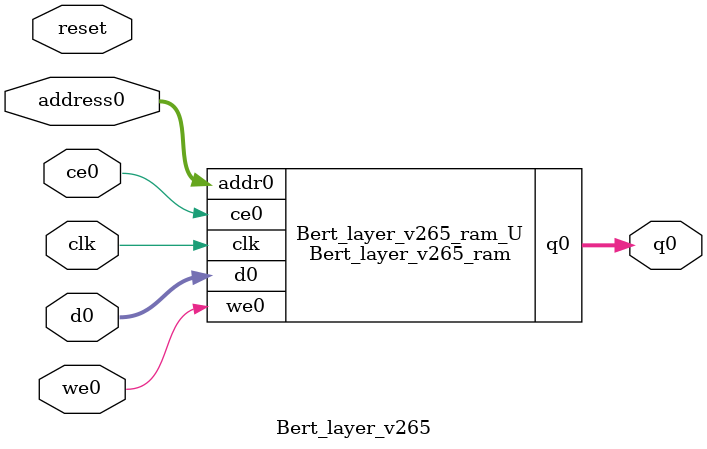
<source format=v>
`timescale 1 ns / 1 ps
module Bert_layer_v265_ram (addr0, ce0, d0, we0, q0,  clk);

parameter DWIDTH = 32;
parameter AWIDTH = 14;
parameter MEM_SIZE = 9216;

input[AWIDTH-1:0] addr0;
input ce0;
input[DWIDTH-1:0] d0;
input we0;
output reg[DWIDTH-1:0] q0;
input clk;

(* ram_style = "block" *)reg [DWIDTH-1:0] ram[0:MEM_SIZE-1];




always @(posedge clk)  
begin 
    if (ce0) begin
        if (we0) 
            ram[addr0] <= d0; 
        q0 <= ram[addr0];
    end
end


endmodule

`timescale 1 ns / 1 ps
module Bert_layer_v265(
    reset,
    clk,
    address0,
    ce0,
    we0,
    d0,
    q0);

parameter DataWidth = 32'd32;
parameter AddressRange = 32'd9216;
parameter AddressWidth = 32'd14;
input reset;
input clk;
input[AddressWidth - 1:0] address0;
input ce0;
input we0;
input[DataWidth - 1:0] d0;
output[DataWidth - 1:0] q0;



Bert_layer_v265_ram Bert_layer_v265_ram_U(
    .clk( clk ),
    .addr0( address0 ),
    .ce0( ce0 ),
    .we0( we0 ),
    .d0( d0 ),
    .q0( q0 ));

endmodule


</source>
